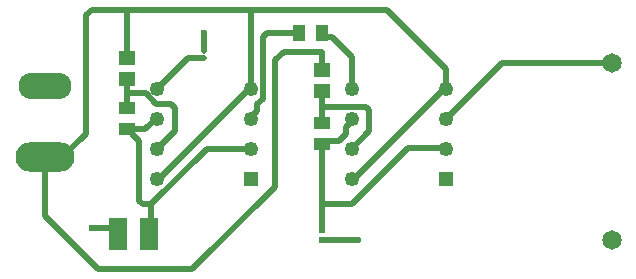
<source format=gtl>
G04*
G04 #@! TF.GenerationSoftware,Altium Limited,Altium Designer,20.2.7 (254)*
G04*
G04 Layer_Physical_Order=1*
G04 Layer_Color=255*
%FSLAX25Y25*%
%MOIN*%
G70*
G04*
G04 #@! TF.SameCoordinates,98EDEFB3-FBBC-4785-AB48-8CD72EF7211F*
G04*
G04*
G04 #@! TF.FilePolarity,Positive*
G04*
G01*
G75*
%ADD15R,0.05363X0.03969*%
%ADD16R,0.05363X0.04546*%
%ADD17R,0.06115X0.10654*%
%ADD18R,0.05363X0.04166*%
%ADD19R,0.01428X0.01788*%
%ADD20R,0.03963X0.05544*%
%ADD21R,0.02254X0.02423*%
%ADD22R,0.04921X0.04921*%
%ADD23C,0.04921*%
%ADD27C,0.01968*%
%ADD28C,0.06496*%
%ADD29O,0.19685X0.09843*%
%ADD30O,0.17717X0.08858*%
%ADD31C,0.02362*%
D15*
X51181Y265201D02*
D03*
Y272304D02*
D03*
D16*
X116142Y284944D02*
D03*
Y278048D02*
D03*
X51181Y288881D02*
D03*
Y281985D02*
D03*
D17*
X58368Y230315D02*
D03*
X47931D02*
D03*
D18*
X116142Y267232D02*
D03*
Y260327D02*
D03*
D19*
X76772Y291339D02*
D03*
Y288942D02*
D03*
D20*
X115948Y297244D02*
D03*
X108461D02*
D03*
D21*
X116142Y228346D02*
D03*
Y231721D02*
D03*
D22*
X157362Y248780D02*
D03*
X92402D02*
D03*
D23*
X157362Y258780D02*
D03*
Y268779D02*
D03*
Y278780D02*
D03*
X126102D02*
D03*
Y268779D02*
D03*
Y258780D02*
D03*
Y248780D02*
D03*
X92402Y258780D02*
D03*
Y268779D02*
D03*
Y278780D02*
D03*
X61142D02*
D03*
Y268779D02*
D03*
Y258780D02*
D03*
Y248780D02*
D03*
D27*
X76772Y291339D02*
Y297244D01*
X37402Y263779D02*
Y303150D01*
X29528Y255906D02*
X37402Y263779D01*
X23622Y255906D02*
X29528D01*
X23622Y236221D02*
Y255906D01*
X56271Y240158D02*
X59055D01*
X51181Y265201D02*
X51878D01*
X52878Y264201D01*
Y263504D02*
Y264201D01*
Y263504D02*
X55118Y261264D01*
Y241311D02*
X56271Y240158D01*
X55118Y241311D02*
Y261264D01*
X126102Y278780D02*
Y289252D01*
X115948Y296826D02*
Y297244D01*
Y296826D02*
X116945Y295829D01*
X119525D01*
X126102Y289252D01*
X157480Y278898D02*
Y285433D01*
X92520Y305118D02*
X137795D01*
X157362Y278780D02*
X157480Y278898D01*
X137795Y305118D02*
X157480Y285433D01*
X116142Y228346D02*
X127953D01*
X116142Y240158D02*
Y260327D01*
Y231721D02*
Y240158D01*
X125984D02*
X144854Y259027D01*
X157115D02*
X157362Y258780D01*
X144854Y259027D02*
X157115D01*
X116142Y240158D02*
X125984D01*
X126102Y267981D02*
Y268779D01*
X124016Y265894D02*
X126102Y267981D01*
X124016Y263779D02*
Y265894D01*
X116142Y260327D02*
X117240Y261425D01*
X121662D01*
X124016Y263779D01*
X116142Y272640D02*
Y278048D01*
Y267232D02*
Y272640D01*
X130737D01*
X126102Y258780D02*
X131890Y264567D01*
Y271487D01*
X130737Y272640D02*
X131890Y271487D01*
X100394Y246063D02*
Y288217D01*
X72835Y218504D02*
X100394Y246063D01*
X92402Y269322D02*
X94488Y271409D01*
X96240Y295874D02*
X97610Y297244D01*
X92402Y268779D02*
Y269322D01*
X100394Y288217D02*
X103229Y291052D01*
X94488Y271409D02*
Y273622D01*
X96240Y275374D01*
Y295874D01*
X41339Y218504D02*
X72835D01*
X116142Y284944D02*
Y291052D01*
X126732Y248780D02*
X156732Y278780D01*
X157362D01*
X126102Y248780D02*
X126732D01*
X103229Y291052D02*
X116142D01*
X97610Y297244D02*
X108461D01*
X23622Y236221D02*
X41339Y218504D01*
X39370Y232283D02*
X45963D01*
X47931Y230315D01*
X58368D02*
X59055Y231002D01*
Y240158D01*
X77677Y258780D02*
X92402D01*
X59055Y240158D02*
X77677Y258780D01*
X51181Y265201D02*
X57064D01*
X60643Y268779D01*
X61142D01*
X51181Y277144D02*
Y281985D01*
Y272304D02*
Y277144D01*
X60816Y273622D02*
X65776D01*
X61142Y258780D02*
X66929Y264567D01*
Y272469D01*
X65776Y273622D02*
X66929Y272469D01*
X51181Y277144D02*
X57294D01*
X60816Y273622D01*
X51181Y305118D02*
X92520D01*
X39370D02*
X51181D01*
Y288881D02*
Y305118D01*
X61142Y278780D02*
X71305Y288942D01*
X76772D01*
X61024Y278898D02*
X61142Y278780D01*
X157362Y268779D02*
X175984Y287402D01*
X212598D01*
X91772Y278780D02*
X92402D01*
X61772Y248780D02*
X91772Y278780D01*
X61142Y248780D02*
X61772D01*
X92402Y278780D02*
X92520Y278898D01*
Y305118D01*
X37402Y303150D02*
X39370Y305118D01*
D28*
X212598Y287402D02*
D03*
Y228346D02*
D03*
D29*
X23622Y255906D02*
D03*
D30*
Y279528D02*
D03*
D31*
X76772Y297244D02*
D03*
X127953Y228346D02*
D03*
X39370Y232283D02*
D03*
M02*

</source>
